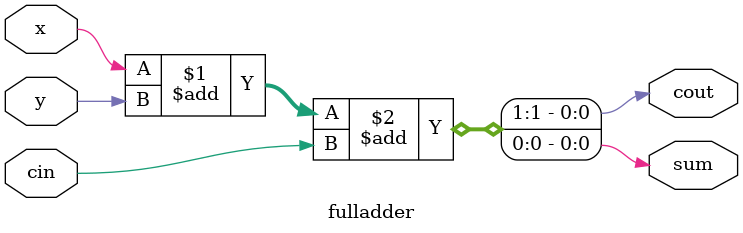
<source format=v>
`timescale 1ns / 1ps

module fulladder (
    input  wire x,
    input  wire y,
    input  wire cin,
    output wire sum,
    output wire cout
);

    // Compute sum and carry using continuous assignment.
    // The addition of three 1-bit inputs yields a 2-bit result,
    // where the MSB is the carry-out and the LSB is the sum.
    assign {cout, sum} = x + y + cin;

endmodule

</source>
